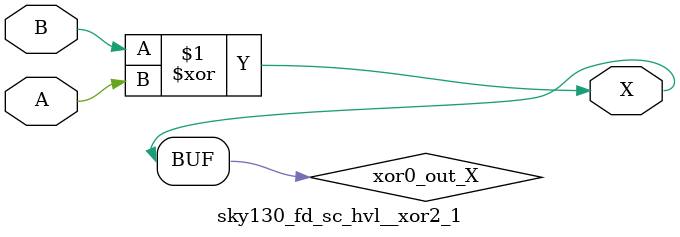
<source format=v>
/*
 * Copyright 2020 The SkyWater PDK Authors
 *
 * Licensed under the Apache License, Version 2.0 (the "License");
 * you may not use this file except in compliance with the License.
 * You may obtain a copy of the License at
 *
 *     https://www.apache.org/licenses/LICENSE-2.0
 *
 * Unless required by applicable law or agreed to in writing, software
 * distributed under the License is distributed on an "AS IS" BASIS,
 * WITHOUT WARRANTIES OR CONDITIONS OF ANY KIND, either express or implied.
 * See the License for the specific language governing permissions and
 * limitations under the License.
 *
 * SPDX-License-Identifier: Apache-2.0
*/


`ifndef SKY130_FD_SC_HVL__XOR2_1_FUNCTIONAL_V
`define SKY130_FD_SC_HVL__XOR2_1_FUNCTIONAL_V

/**
 * xor2: 2-input exclusive OR.
 *
 *       X = A ^ B
 *
 * Verilog simulation functional model.
 */

`timescale 1ns / 1ps
`default_nettype none

`celldefine
module sky130_fd_sc_hvl__xor2_1 (
    X,
    A,
    B
);

    // Module ports
    output X;
    input  A;
    input  B;

    // Local signals
    wire xor0_out_X;

    //  Name  Output      Other arguments
    xor xor0 (xor0_out_X, B, A           );
    buf buf0 (X         , xor0_out_X     );

endmodule
`endcelldefine

`default_nettype wire
`endif  // SKY130_FD_SC_HVL__XOR2_1_FUNCTIONAL_V

</source>
